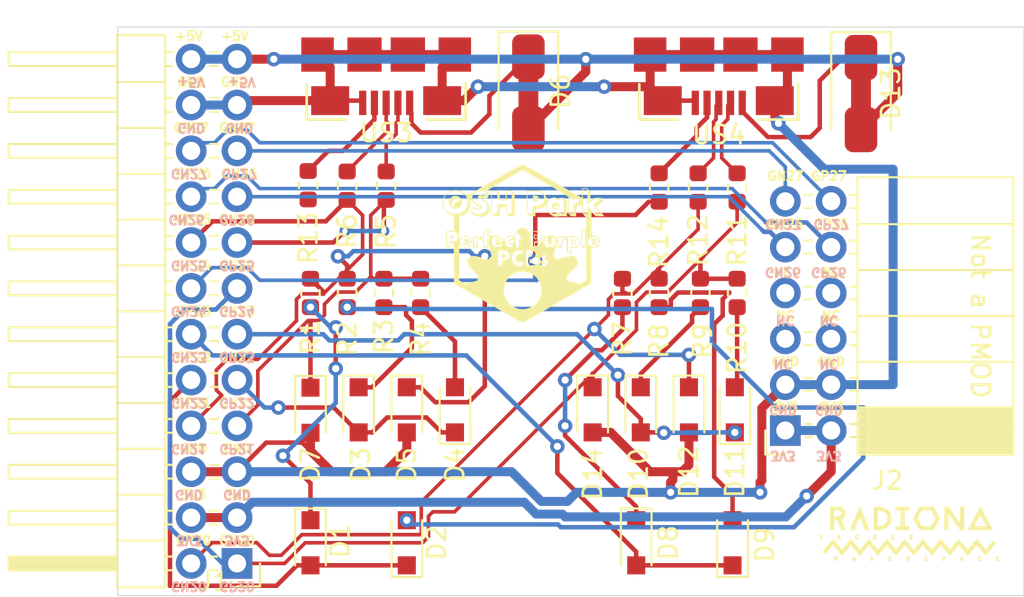
<source format=kicad_pcb>
(kicad_pcb (version 20171130) (host pcbnew "(5.1.4)-1")
  (layers (0 F.Cu signal) (31 B.Cu signal) (34 B.Paste user) (35 F.Paste user) (36 B.SilkS user) (37 F.SilkS user) (38 B.Mask user) (39 F.Mask user) (44 Edge.Cuts user))
  (net 0 "")
  (net 1 USB1_FPGA_PULL_D+)
  (net 2 "Net-(D1-Pad1)")
  (net 3 "Net-(D2-Pad2)")
  (net 4 USB1_FPGA_PULL_D-)
  (net 5 "Net-(D3-Pad1)")
  (net 6 "Net-(D4-Pad2)")
  (net 7 USB1_FPGA_D+)
  (net 8 GND)
  (net 9 /US1VBUS)
  (net 10 +5V)
  (net 11 USB1_FPGA_D-)
  (net 12 "Net-(D8-Pad1)")
  (net 13 USB2_FPGA_PULL_D+)
  (net 14 "Net-(D9-Pad2)")
  (net 15 USB2_FPGA_PULL_D-)
  (net 16 "Net-(D10-Pad1)")
  (net 17 "Net-(D11-Pad2)")
  (net 18 USB2_FPGA_D+)
  (net 19 /US2VBUS)
  (net 20 USB2_FPGA_D-)
  (net 21 GP27)
  (net 22 GN27)
  (net 23 GP26)
  (net 24 GN26)
  (net 25 +3V3)
  (net 26 /FPD1-)
  (net 27 /FPD1+)
  (net 28 /FPD2-)
  (net 29 /FPD2+)
  (net 30 US1_ID)
  (net 31 US2_ID)
  (module parts:radiona-10mm (layer F.Cu) (at 163.449 106.299)
    (fp_text reference G*** hide)
    (fp_text value LOGO hide)
  )
  (module parts:OSH_10x10 (layer F.Cu) (at 142.113 90.424)
    (fp_text reference G*** hide)
    (fp_text value LOGO hide)
  )
  (module Diode_SMD:D_SOD-323_HandSoldering (layer F.Cu) (at 130.302 106.807 270)
    (fp_text reference D1 (at -0.127 -1.651 90) (layer F.SilkS))
    (fp_text value 1N914)
    (pad 2 smd rect (at 1.25 0 270) (size 1 1) (layers F.Cu F.Paste F.Mask) (net 1 USB1_FPGA_PULL_D+))
    (pad 1 smd rect (at -1.25 0 270) (size 1 1) (layers F.Cu F.Paste F.Mask) (net 2 "Net-(D1-Pad1)"))
  )
  (module Diode_SMD:D_SOD-323_HandSoldering (layer F.Cu) (at 135.636 106.807 90)
    (fp_text reference D2 (at 0 1.651 90) (layer F.SilkS))
    (fp_text value 1N914)
    (pad 2 smd rect (at 1.25 0 90) (size 1 1) (layers F.Cu F.Paste F.Mask) (net 3 "Net-(D2-Pad2)"))
    (pad 1 smd rect (at -1.25 0 90) (size 1 1) (layers F.Cu F.Paste F.Mask) (net 1 USB1_FPGA_PULL_D+))
  )
  (module Diode_SMD:D_SOD-323_HandSoldering (layer F.Cu) (at 132.969 99.441 270)
    (fp_text reference D3 (at 3.048 -0.127 90) (layer F.SilkS))
    (fp_text value 1N914)
    (pad 2 smd rect (at 1.25 0 270) (size 1 1) (layers F.Cu F.Paste F.Mask) (net 4 USB1_FPGA_PULL_D-))
    (pad 1 smd rect (at -1.25 0 270) (size 1 1) (layers F.Cu F.Paste F.Mask) (net 5 "Net-(D3-Pad1)"))
  )
  (module Diode_SMD:D_SOD-323_HandSoldering (layer F.Cu) (at 138.303 99.441 90)
    (fp_text reference D4 (at -3.048 0 90) (layer F.SilkS))
    (fp_text value 1N914)
    (pad 1 smd rect (at -1.25 0 90) (size 1 1) (layers F.Cu F.Paste F.Mask) (net 4 USB1_FPGA_PULL_D-))
    (pad 2 smd rect (at 1.25 0 90) (size 1 1) (layers F.Cu F.Paste F.Mask) (net 6 "Net-(D4-Pad2)"))
  )
  (module Diode_SMD:D_SOD-323_HandSoldering (layer F.Cu) (at 135.636 99.441 270)
    (fp_text reference D5 (at 3.048 0 90) (layer F.SilkS))
    (fp_text value 3.6V)
    (pad 1 smd rect (at -1.25 0 270) (size 1 1) (layers F.Cu F.Paste F.Mask) (net 7 USB1_FPGA_D+))
    (pad 2 smd rect (at 1.25 0 270) (size 1 1) (layers F.Cu F.Paste F.Mask) (net 8 GND))
  )
  (module jumper:D_SMA_Jumper_NC (layer F.Cu) (at 142.367 81.883 270)
    (fp_text reference D6 (at -0.095 -1.778 270) (layer F.SilkS))
    (fp_text value 0 hide)
    (fp_poly (pts (xy -0.9 -0.5) (xy 0.9 -0.5) (xy 0.9 0.5) (xy -0.9 0.5)) (layer F.Cu) (width 0.1))
    (pad 1 smd roundrect (at -2 0 270) (size 2.5 1.8) (layers F.Cu F.Mask) (net 9 /US1VBUS))
    (pad 2 smd roundrect (at 2 0 270) (size 2.5 1.8) (layers F.Cu F.Mask) (net 10 +5V))
  )
  (module Diode_SMD:D_SOD-323_HandSoldering (layer F.Cu) (at 130.302 99.461 270)
    (fp_text reference D7 (at 3.028 0 90) (layer F.SilkS))
    (fp_text value 3.6V)
    (pad 1 smd rect (at -1.25 0 270) (size 1 1) (layers F.Cu F.Paste F.Mask) (net 11 USB1_FPGA_D-))
    (pad 2 smd rect (at 1.25 0 270) (size 1 1) (layers F.Cu F.Paste F.Mask) (net 8 GND))
  )
  (module Diode_SMD:D_SOD-323_HandSoldering (layer F.Cu) (at 148.336 106.807 270)
    (fp_text reference D8 (at 0 -1.778 90) (layer F.SilkS))
    (fp_text value 1N914)
    (pad 1 smd rect (at -1.25 0 270) (size 1 1) (layers F.Cu F.Paste F.Mask) (net 12 "Net-(D8-Pad1)"))
    (pad 2 smd rect (at 1.25 0 270) (size 1 1) (layers F.Cu F.Paste F.Mask) (net 13 USB2_FPGA_PULL_D+))
  )
  (module Diode_SMD:D_SOD-323_HandSoldering (layer F.Cu) (at 153.67 106.807 90)
    (fp_text reference D9 (at -0.107 1.778 90) (layer F.SilkS))
    (fp_text value 1N914)
    (pad 1 smd rect (at -1.25 0 90) (size 1 1) (layers F.Cu F.Paste F.Mask) (net 13 USB2_FPGA_PULL_D+))
    (pad 2 smd rect (at 1.25 0 90) (size 1 1) (layers F.Cu F.Paste F.Mask) (net 14 "Net-(D9-Pad2)"))
  )
  (module Diode_SMD:D_SOD-323_HandSoldering (layer F.Cu) (at 148.59 99.441 270)
    (fp_text reference D10 (at 3.556 0.127 90) (layer F.SilkS))
    (fp_text value 1N914)
    (pad 2 smd rect (at 1.25 0 270) (size 1 1) (layers F.Cu F.Paste F.Mask) (net 15 USB2_FPGA_PULL_D-))
    (pad 1 smd rect (at -1.25 0 270) (size 1 1) (layers F.Cu F.Paste F.Mask) (net 16 "Net-(D10-Pad1)"))
  )
  (module Diode_SMD:D_SOD-323_HandSoldering (layer F.Cu) (at 153.797 99.441 90)
    (fp_text reference D11 (at -3.429 0 90) (layer F.SilkS))
    (fp_text value 1N914)
    (pad 2 smd rect (at 1.25 0 90) (size 1 1) (layers F.Cu F.Paste F.Mask) (net 17 "Net-(D11-Pad2)"))
    (pad 1 smd rect (at -1.25 0 90) (size 1 1) (layers F.Cu F.Paste F.Mask) (net 15 USB2_FPGA_PULL_D-))
  )
  (module Diode_SMD:D_SOD-323_HandSoldering (layer F.Cu) (at 151.257 99.441 270)
    (fp_text reference D12 (at 3.429 0 90) (layer F.SilkS))
    (fp_text value 3.6V)
    (pad 1 smd rect (at -1.25 0 270) (size 1 1) (layers F.Cu F.Paste F.Mask) (net 18 USB2_FPGA_D+))
    (pad 2 smd rect (at 1.25 0 270) (size 1 1) (layers F.Cu F.Paste F.Mask) (net 8 GND))
  )
  (module jumper:D_SMA_Jumper_NC (layer F.Cu) (at 160.782 81.915 270)
    (fp_text reference D13 (at 0 -1.651 90) (layer F.SilkS))
    (fp_text value 0 hide)
    (fp_poly (pts (xy -0.9 -0.5) (xy 0.9 -0.5) (xy 0.9 0.5) (xy -0.9 0.5)) (layer F.Cu) (width 0.1))
    (pad 2 smd roundrect (at 2 0 270) (size 2.5 1.8) (layers F.Cu F.Mask) (net 10 +5V))
    (pad 1 smd roundrect (at -2 0 270) (size 2.5 1.8) (layers F.Cu F.Mask) (net 19 /US2VBUS))
  )
  (module Diode_SMD:D_SOD-323_HandSoldering (layer F.Cu) (at 145.923 99.441 270)
    (fp_text reference D14 (at 3.556 0 90) (layer F.SilkS))
    (fp_text value 3.6V)
    (pad 2 smd rect (at 1.25 0 270) (size 1 1) (layers F.Cu F.Paste F.Mask) (net 8 GND))
    (pad 1 smd rect (at -1.25 0 270) (size 1 1) (layers F.Cu F.Paste F.Mask) (net 20 USB2_FPGA_D-))
  )
  (module Connector_PinHeader_2.54mm:PinHeader_2x12_P2.54mm_Horizontal (layer F.Cu) (at 126.238 107.95 180)
    (fp_text reference J1 (at 1.27 -1.016) (layer F.SilkS))
    (fp_text value Conn_02x12_Odd_Even)
    (pad 1 thru_hole rect (at 0 0 180) (size 1.7 1.7) (drill 1) (layers *.Cu *.Mask) (net 20 USB2_FPGA_D-))
    (pad 2 thru_hole oval (at 2.54 0 180) (size 1.7 1.7) (drill 1) (layers *.Cu *.Mask) (net 18 USB2_FPGA_D+))
    (pad 3 thru_hole oval (at 0 2.54 180) (size 1.7 1.7) (drill 1) (layers *.Cu *.Mask) (net 25 +3V3))
    (pad 4 thru_hole oval (at 2.54 2.54 180) (size 1.7 1.7) (drill 1) (layers *.Cu *.Mask) (net 25 +3V3))
    (pad 5 thru_hole oval (at 0 5.08 180) (size 1.7 1.7) (drill 1) (layers *.Cu *.Mask) (net 8 GND))
    (pad 6 thru_hole oval (at 2.54 5.08 180) (size 1.7 1.7) (drill 1) (layers *.Cu *.Mask) (net 8 GND))
    (pad 7 thru_hole oval (at 0 7.62 180) (size 1.7 1.7) (drill 1) (layers *.Cu *.Mask) (net 11 USB1_FPGA_D-))
    (pad 8 thru_hole oval (at 2.54 7.62 180) (size 1.7 1.7) (drill 1) (layers *.Cu *.Mask) (net 7 USB1_FPGA_D+))
    (pad 9 thru_hole oval (at 0 10.16 180) (size 1.7 1.7) (drill 1) (layers *.Cu *.Mask) (net 4 USB1_FPGA_PULL_D-))
    (pad 10 thru_hole oval (at 2.54 10.16 180) (size 1.7 1.7) (drill 1) (layers *.Cu *.Mask) (net 1 USB1_FPGA_PULL_D+))
    (pad 11 thru_hole oval (at 0 12.7 180) (size 1.7 1.7) (drill 1) (layers *.Cu *.Mask) (net 15 USB2_FPGA_PULL_D-))
    (pad 12 thru_hole oval (at 2.54 12.7 180) (size 1.7 1.7) (drill 1) (layers *.Cu *.Mask) (net 13 USB2_FPGA_PULL_D+))
    (pad 13 thru_hole oval (at 0 15.24 180) (size 1.7 1.7) (drill 1) (layers *.Cu *.Mask) (net 20 USB2_FPGA_D-))
    (pad 14 thru_hole oval (at 2.54 15.24 180) (size 1.7 1.7) (drill 1) (layers *.Cu *.Mask) (net 18 USB2_FPGA_D+))
    (pad 15 thru_hole oval (at 0 17.78 180) (size 1.7 1.7) (drill 1) (layers *.Cu *.Mask) (net 11 USB1_FPGA_D-))
    (pad 16 thru_hole oval (at 2.54 17.78 180) (size 1.7 1.7) (drill 1) (layers *.Cu *.Mask) (net 7 USB1_FPGA_D+))
    (pad 17 thru_hole oval (at 0 20.32 180) (size 1.7 1.7) (drill 1) (layers *.Cu *.Mask) (net 24 GN26))
    (pad 18 thru_hole oval (at 2.54 20.32 180) (size 1.7 1.7) (drill 1) (layers *.Cu *.Mask) (net 23 GP26))
    (pad 19 thru_hole oval (at 0 22.86 180) (size 1.7 1.7) (drill 1) (layers *.Cu *.Mask) (net 22 GN27))
    (pad 20 thru_hole oval (at 2.54 22.86 180) (size 1.7 1.7) (drill 1) (layers *.Cu *.Mask) (net 21 GP27))
    (pad 21 thru_hole oval (at 0 25.4 180) (size 1.7 1.7) (drill 1) (layers *.Cu *.Mask) (net 8 GND))
    (pad 22 thru_hole oval (at 2.54 25.4 180) (size 1.7 1.7) (drill 1) (layers *.Cu *.Mask) (net 8 GND))
    (pad 23 thru_hole oval (at 0 27.94 180) (size 1.7 1.7) (drill 1) (layers *.Cu *.Mask) (net 10 +5V))
    (pad 24 thru_hole oval (at 2.54 27.94 180) (size 1.7 1.7) (drill 1) (layers *.Cu *.Mask) (net 10 +5V))
  )
  (module Resistor_SMD:R_0603_1608Metric (layer F.Cu) (at 130.302 92.964 90)
    (fp_text reference R1 (at -2.4385 0 90) (layer F.SilkS))
    (fp_text value 1.1k)
    (pad 1 smd roundrect (at -0.7875 0 90) (size 0.875 0.95) (layers F.Cu F.Paste F.Mask) (net 2 "Net-(D1-Pad1)"))
    (pad 2 smd roundrect (at 0.7875 0 90) (size 0.875 0.95) (layers F.Cu F.Paste F.Mask) (net 7 USB1_FPGA_D+))
  )
  (module Resistor_SMD:R_0603_1608Metric (layer F.Cu) (at 132.334 92.964 90)
    (fp_text reference R2 (at -2.54 0 90) (layer F.SilkS))
    (fp_text value 15k)
    (pad 2 smd roundrect (at 0.7875 0 90) (size 0.875 0.95) (layers F.Cu F.Paste F.Mask) (net 7 USB1_FPGA_D+))
    (pad 1 smd roundrect (at -0.7875 0 90) (size 0.875 0.95) (layers F.Cu F.Paste F.Mask) (net 3 "Net-(D2-Pad2)"))
  )
  (module Resistor_SMD:R_0603_1608Metric (layer F.Cu) (at 134.366 92.964 270)
    (fp_text reference R3 (at 2.413 0 90) (layer F.SilkS))
    (fp_text value 1.1k)
    (pad 1 smd roundrect (at -0.7875 0 270) (size 0.875 0.95) (layers F.Cu F.Paste F.Mask) (net 11 USB1_FPGA_D-))
    (pad 2 smd roundrect (at 0.7875 0 270) (size 0.875 0.95) (layers F.Cu F.Paste F.Mask) (net 5 "Net-(D3-Pad1)"))
  )
  (module Resistor_SMD:R_0603_1608Metric (layer F.Cu) (at 136.398 92.964 90)
    (fp_text reference R4 (at -2.54 0 90) (layer F.SilkS))
    (fp_text value 15k)
    (pad 1 smd roundrect (at -0.7875 0 90) (size 0.875 0.95) (layers F.Cu F.Paste F.Mask) (net 6 "Net-(D4-Pad2)"))
    (pad 2 smd roundrect (at 0.7875 0 90) (size 0.875 0.95) (layers F.Cu F.Paste F.Mask) (net 11 USB1_FPGA_D-))
  )
  (module Resistor_SMD:R_0603_1608Metric (layer F.Cu) (at 134.493 87.0205 90)
    (fp_text reference R5 (at -2.54 0 90) (layer F.SilkS))
    (fp_text value 27)
    (pad 2 smd roundrect (at 0.7875 0 90) (size 0.875 0.95) (layers F.Cu F.Paste F.Mask) (net 26 /FPD1-))
    (pad 1 smd roundrect (at -0.7875 0 90) (size 0.875 0.95) (layers F.Cu F.Paste F.Mask) (net 11 USB1_FPGA_D-))
  )
  (module Resistor_SMD:R_0603_1608Metric (layer F.Cu) (at 132.334 87.0205 90)
    (fp_text reference R6 (at -2.5145 0 90) (layer F.SilkS))
    (fp_text value 27)
    (pad 2 smd roundrect (at 0.7875 0 90) (size 0.875 0.95) (layers F.Cu F.Paste F.Mask) (net 27 /FPD1+))
    (pad 1 smd roundrect (at -0.7875 0 90) (size 0.875 0.95) (layers F.Cu F.Paste F.Mask) (net 7 USB1_FPGA_D+))
  )
  (module Resistor_SMD:R_0603_1608Metric (layer F.Cu) (at 147.574 92.964 90)
    (fp_text reference R7 (at -2.54 0 90) (layer F.SilkS))
    (fp_text value 1.1k)
    (pad 2 smd roundrect (at 0.7875 0 90) (size 0.875 0.95) (layers F.Cu F.Paste F.Mask) (net 18 USB2_FPGA_D+))
    (pad 1 smd roundrect (at -0.7875 0 90) (size 0.875 0.95) (layers F.Cu F.Paste F.Mask) (net 12 "Net-(D8-Pad1)"))
  )
  (module Resistor_SMD:R_0603_1608Metric (layer F.Cu) (at 149.606 92.964 90)
    (fp_text reference R8 (at -2.667 0 90) (layer F.SilkS))
    (fp_text value 15k)
    (pad 2 smd roundrect (at 0.7875 0 90) (size 0.875 0.95) (layers F.Cu F.Paste F.Mask) (net 18 USB2_FPGA_D+))
    (pad 1 smd roundrect (at -0.7875 0 90) (size 0.875 0.95) (layers F.Cu F.Paste F.Mask) (net 14 "Net-(D9-Pad2)"))
  )
  (module Resistor_SMD:R_0603_1608Metric (layer F.Cu) (at 151.892 92.964 270)
    (fp_text reference R9 (at 2.667 -0.127 90) (layer F.SilkS))
    (fp_text value 1.1k)
    (pad 1 smd roundrect (at -0.7875 0 270) (size 0.875 0.95) (layers F.Cu F.Paste F.Mask) (net 20 USB2_FPGA_D-))
    (pad 2 smd roundrect (at 0.7875 0 270) (size 0.875 0.95) (layers F.Cu F.Paste F.Mask) (net 16 "Net-(D10-Pad1)"))
  )
  (module Resistor_SMD:R_0603_1608Metric (layer F.Cu) (at 153.924 92.964 90)
    (fp_text reference R10 (at -3.048 0 90) (layer F.SilkS))
    (fp_text value 15k)
    (pad 1 smd roundrect (at -0.7875 0 90) (size 0.875 0.95) (layers F.Cu F.Paste F.Mask) (net 17 "Net-(D11-Pad2)"))
    (pad 2 smd roundrect (at 0.7875 0 90) (size 0.875 0.95) (layers F.Cu F.Paste F.Mask) (net 20 USB2_FPGA_D-))
  )
  (module Resistor_SMD:R_0603_1608Metric (layer F.Cu) (at 153.924 87.122 90)
    (fp_text reference R11 (at -2.921 0 90) (layer F.SilkS))
    (fp_text value 27)
    (pad 1 smd roundrect (at -0.7875 0 90) (size 0.875 0.95) (layers F.Cu F.Paste F.Mask) (net 20 USB2_FPGA_D-))
    (pad 2 smd roundrect (at 0.7875 0 90) (size 0.875 0.95) (layers F.Cu F.Paste F.Mask) (net 28 /FPD2-))
  )
  (module Resistor_SMD:R_0603_1608Metric (layer F.Cu) (at 151.765 87.122 90)
    (fp_text reference R12 (at -2.921 0 90) (layer F.SilkS))
    (fp_text value 27)
    (pad 2 smd roundrect (at 0.7875 0 90) (size 0.875 0.95) (layers F.Cu F.Paste F.Mask) (net 29 /FPD2+))
    (pad 1 smd roundrect (at -0.7875 0 90) (size 0.875 0.95) (layers F.Cu F.Paste F.Mask) (net 18 USB2_FPGA_D+))
  )
  (module Resistor_SMD:R_0603_1608Metric (layer F.Cu) (at 130.175 86.995 90)
    (fp_text reference R13 (at -2.921 0 90) (layer F.SilkS))
    (fp_text value 0Ohm)
    (pad 2 smd roundrect (at 0.7875 0 90) (size 0.875 0.95) (layers F.Cu F.Paste F.Mask) (net 30 US1_ID))
    (pad 1 smd roundrect (at -0.7875 0 90) (size 0.875 0.95) (layers F.Cu F.Paste F.Mask))
  )
  (module Resistor_SMD:R_0603_1608Metric (layer F.Cu) (at 149.606 87.122 90)
    (fp_text reference R14 (at -3.0225 0 90) (layer F.SilkS))
    (fp_text value 0Ohm)
    (pad 1 smd roundrect (at -0.7875 0 90) (size 0.875 0.95) (layers F.Cu F.Paste F.Mask))
    (pad 2 smd roundrect (at 0.7875 0 90) (size 0.875 0.95) (layers F.Cu F.Paste F.Mask) (net 31 US2_ID))
  )
  (module usb_otg:USB-MICRO-B-FCI-10118192-0001LF (layer F.Cu) (at 134.493 79.756 180)
    (fp_text reference US3 (at 0 -4.336) (layer F.SilkS))
    (fp_text value MICRO_USB hide)
    (pad 6 smd rect (at -3.1 -2.55 180) (size 2.1 1.6) (layers F.Cu F.Paste F.Mask) (net 8 GND))
    (pad 6 smd rect (at 3.1 -2.55 180) (size 2.1 1.6) (layers F.Cu F.Paste F.Mask) (net 8 GND))
    (pad 6 smd rect (at -1.2 0 180) (size 1.9 1.9) (layers F.Cu F.Paste F.Mask) (net 8 GND))
    (pad 6 smd rect (at 1.2 0 180) (size 1.9 1.9) (layers F.Cu F.Paste F.Mask) (net 8 GND))
    (pad 1 smd rect (at -1.3 -2.675 180) (size 0.4 1.35) (layers F.Cu F.Paste F.Mask) (net 9 /US1VBUS))
    (pad 2 smd rect (at -0.65 -2.675 180) (size 0.4 1.35) (layers F.Cu F.Paste F.Mask) (net 26 /FPD1-))
    (pad 3 smd rect (at 0 -2.675 180) (size 0.4 1.35) (layers F.Cu F.Paste F.Mask) (net 27 /FPD1+))
    (pad 4 smd rect (at 0.65 -2.675 180) (size 0.4 1.35) (layers F.Cu F.Paste F.Mask) (net 30 US1_ID))
    (pad 5 smd rect (at 1.3 -2.675 180) (size 0.4 1.35) (layers F.Cu F.Paste F.Mask) (net 8 GND))
    (pad 6 smd rect (at -3.8 0 180) (size 1.8 1.9) (layers F.Cu F.Paste F.Mask) (net 8 GND))
    (pad 6 smd rect (at 3.8 0 180) (size 1.8 1.9) (layers F.Cu F.Paste F.Mask) (net 8 GND))
  )
  (module usb_otg:USB-MICRO-B-FCI-10118192-0001LF (layer F.Cu) (at 152.908 79.756 180)
    (fp_text reference US4 (at 0 -4.445) (layer F.SilkS))
    (fp_text value MICRO_USB hide)
    (pad 6 smd rect (at 3.8 0 180) (size 1.8 1.9) (layers F.Cu F.Paste F.Mask) (net 8 GND))
    (pad 6 smd rect (at -3.8 0 180) (size 1.8 1.9) (layers F.Cu F.Paste F.Mask) (net 8 GND))
    (pad 5 smd rect (at 1.3 -2.675 180) (size 0.4 1.35) (layers F.Cu F.Paste F.Mask) (net 8 GND))
    (pad 4 smd rect (at 0.65 -2.675 180) (size 0.4 1.35) (layers F.Cu F.Paste F.Mask) (net 31 US2_ID))
    (pad 3 smd rect (at 0 -2.675 180) (size 0.4 1.35) (layers F.Cu F.Paste F.Mask) (net 29 /FPD2+))
    (pad 2 smd rect (at -0.65 -2.675 180) (size 0.4 1.35) (layers F.Cu F.Paste F.Mask) (net 28 /FPD2-))
    (pad 1 smd rect (at -1.3 -2.675 180) (size 0.4 1.35) (layers F.Cu F.Paste F.Mask) (net 19 /US2VBUS))
    (pad 6 smd rect (at 1.2 0 180) (size 1.9 1.9) (layers F.Cu F.Paste F.Mask) (net 8 GND))
    (pad 6 smd rect (at -1.2 0 180) (size 1.9 1.9) (layers F.Cu F.Paste F.Mask) (net 8 GND))
    (pad 6 smd rect (at 3.1 -2.55 180) (size 2.1 1.6) (layers F.Cu F.Paste F.Mask) (net 8 GND))
    (pad 6 smd rect (at -3.1 -2.55 180) (size 2.1 1.6) (layers F.Cu F.Paste F.Mask) (net 8 GND))
  )
  (module Connector_PinSocket_2.54mm:PinSocket_2x06_P2.54mm_Horizontal (layer F.Cu) (at 156.591 100.584 180)
    (fp_text reference J2 (at -5.65 -2.77) (layer F.SilkS))
    (fp_text value Conn_02x06_Odd_Even)
    (pad 1 thru_hole rect (at 0 0 180) (size 1.7 1.7) (drill 1) (layers *.Cu *.Mask) (net 25 +3V3))
    (pad 2 thru_hole oval (at -2.54 0 180) (size 1.7 1.7) (drill 1) (layers *.Cu *.Mask) (net 25 +3V3))
    (pad 3 thru_hole oval (at 0 2.54 180) (size 1.7 1.7) (drill 1) (layers *.Cu *.Mask) (net 8 GND))
    (pad 4 thru_hole oval (at -2.54 2.54 180) (size 1.7 1.7) (drill 1) (layers *.Cu *.Mask) (net 8 GND))
    (pad 5 thru_hole oval (at 0 5.08 180) (size 1.7 1.7) (drill 1) (layers *.Cu *.Mask))
    (pad 6 thru_hole oval (at -2.54 5.08 180) (size 1.7 1.7) (drill 1) (layers *.Cu *.Mask))
    (pad 7 thru_hole oval (at 0 7.62 180) (size 1.7 1.7) (drill 1) (layers *.Cu *.Mask))
    (pad 8 thru_hole oval (at -2.54 7.62 180) (size 1.7 1.7) (drill 1) (layers *.Cu *.Mask))
    (pad 9 thru_hole oval (at 0 10.16 180) (size 1.7 1.7) (drill 1) (layers *.Cu *.Mask) (net 24 GN26))
    (pad 10 thru_hole oval (at -2.54 10.16 180) (size 1.7 1.7) (drill 1) (layers *.Cu *.Mask) (net 23 GP26))
    (pad 11 thru_hole oval (at 0 12.7 180) (size 1.7 1.7) (drill 1) (layers *.Cu *.Mask) (net 22 GN27))
    (pad 12 thru_hole oval (at -2.54 12.7 180) (size 1.7 1.7) (drill 1) (layers *.Cu *.Mask) (net 21 GP27))
  )
  (gr_text "Not a PMOD" (at 167.386 94.234 270) (layer F.SilkS) (effects (font (size 1 1))))
  (gr_text GP20 (at 126.238 109.22 180) (layer B.SilkS) (effects (font (size 0.5 0.5) (thickness 0.125)) (justify mirror)))
  (gr_text 3V3 (at 126.238 106.68 180) (layer B.SilkS) (effects (font (size 0.5 0.5) (thickness 0.125)) (justify mirror)))
  (gr_text GP26 (at 126.238 88.9 180) (layer B.SilkS) (effects (font (size 0.5 0.5) (thickness 0.125)) (justify mirror)))
  (gr_text GP25 (at 126.238 91.44 180) (layer B.SilkS) (effects (font (size 0.5 0.5) (thickness 0.125)) (justify mirror)))
  (gr_text GP21 (at 126.238 101.6 180) (layer B.SilkS) (effects (font (size 0.5 0.5) (thickness 0.125)) (justify mirror)))
  (gr_text GP27 (at 126.365 86.36 180) (layer B.SilkS) (effects (font (size 0.5 0.5) (thickness 0.125)) (justify mirror)))
  (gr_text GP24 (at 126.238 93.98 180) (layer B.SilkS) (effects (font (size 0.5 0.5) (thickness 0.125)) (justify mirror)))
  (gr_text +5V (at 126.492 81.28 180) (layer B.SilkS) (effects (font (size 0.5 0.5) (thickness 0.125)) (justify mirror)))
  (gr_text GP22 (at 126.238 99.06 180) (layer B.SilkS) (effects (font (size 0.5 0.5) (thickness 0.125)) (justify mirror)))
  (gr_text GP23 (at 126.238 96.52 180) (layer B.SilkS) (effects (font (size 0.5 0.5) (thickness 0.125)) (justify mirror)))
  (gr_text GND (at 126.365 83.82 180) (layer B.SilkS) (effects (font (size 0.5 0.5) (thickness 0.125)) (justify mirror)))
  (gr_text GND (at 126.238 104.14 180) (layer B.SilkS) (effects (font (size 0.5 0.5) (thickness 0.125)) (justify mirror)))
  (gr_text GN20 (at 123.571 109.22 180) (layer B.SilkS) (effects (font (size 0.5 0.5) (thickness 0.125)) (justify mirror)))
  (gr_text +5V (at 123.698 81.28 180) (layer B.SilkS) (effects (font (size 0.5 0.5) (thickness 0.125)) (justify mirror)))
  (gr_text GND (at 123.571 104.14 180) (layer B.SilkS) (effects (font (size 0.5 0.5) (thickness 0.125)) (justify mirror)))
  (gr_text GN26 (at 123.444 88.9 180) (layer B.SilkS) (effects (font (size 0.5 0.5) (thickness 0.125)) (justify mirror)))
  (gr_text GN25 (at 123.571 91.44 180) (layer B.SilkS) (effects (font (size 0.5 0.5) (thickness 0.125)) (justify mirror)))
  (gr_text GN22 (at 123.571 99.06 180) (layer B.SilkS) (effects (font (size 0.5 0.5) (thickness 0.125)) (justify mirror)))
  (gr_text GN23 (at 123.571 96.52 180) (layer B.SilkS) (effects (font (size 0.5 0.5) (thickness 0.125)) (justify mirror)))
  (gr_text GN24 (at 123.571 93.98 180) (layer B.SilkS) (effects (font (size 0.5 0.5) (thickness 0.125)) (justify mirror)))
  (gr_text 3V3 (at 123.571 106.68 180) (layer B.SilkS) (effects (font (size 0.5 0.5) (thickness 0.125)) (justify mirror)))
  (gr_text GN21 (at 123.571 101.6 180) (layer B.SilkS) (effects (font (size 0.5 0.5) (thickness 0.125)) (justify mirror)))
  (gr_text GN27 (at 123.571 86.36 180) (layer B.SilkS) (effects (font (size 0.5 0.5) (thickness 0.125)) (justify mirror)))
  (gr_text GND (at 123.698 83.82 180) (layer B.SilkS) (effects (font (size 0.5 0.5) (thickness 0.125)) (justify mirror)))
  (gr_text NC (at 159.004 94.488 -180) (layer B.SilkS) (effects (font (size 0.5 0.5) (thickness 0.125)) (justify mirror)))
  (gr_text NC (at 156.591 94.488 -180) (layer B.SilkS) (effects (font (size 0.5 0.5) (thickness 0.125)) (justify mirror)))
  (gr_text NC (at 159.004 96.901 -180) (layer B.SilkS) (effects (font (size 0.5 0.5) (thickness 0.125)) (justify mirror)))
  (gr_text GN27 (at 156.464 89.154 -180) (layer B.SilkS) (effects (font (size 0.5 0.5) (thickness 0.125)) (justify mirror)))
  (gr_text GP26 (at 159.004 91.821 -180) (layer B.SilkS) (effects (font (size 0.5 0.5) (thickness 0.125)) (justify mirror)))
  (gr_text GND (at 159.004 99.441 -180) (layer B.SilkS) (effects (font (size 0.5 0.5) (thickness 0.125)) (justify mirror)))
  (gr_text GP27 (at 159.131 89.154 -180) (layer B.SilkS) (effects (font (size 0.5 0.5) (thickness 0.125)) (justify mirror)))
  (gr_text 3V3 (at 159.004 101.981 -180) (layer B.SilkS) (effects (font (size 0.5 0.5) (thickness 0.125)) (justify mirror)))
  (gr_text GN26 (at 156.464 91.821 -180) (layer B.SilkS) (effects (font (size 0.5 0.5) (thickness 0.125)) (justify mirror)))
  (gr_text 3V3 (at 156.464 101.981 -180) (layer B.SilkS) (effects (font (size 0.5 0.5) (thickness 0.125)) (justify mirror)))
  (gr_text NC (at 156.464 96.901 -180) (layer B.SilkS) (effects (font (size 0.5 0.5) (thickness 0.125)) (justify mirror)))
  (gr_text GND (at 156.464 99.441 -180) (layer B.SilkS) (effects (font (size 0.5 0.5) (thickness 0.125)) (justify mirror)))
  (gr_line (start 169.799 78.232) (end 119.634 78.232) (layer Edge.Cuts) (width 0.05))
  (gr_line (start 169.799 109.728) (end 169.799 78.232) (layer Edge.Cuts) (width 0.05))
  (gr_line (start 119.634 109.728) (end 169.799 109.728) (layer Edge.Cuts) (width 0.05))
  (gr_line (start 119.634 78.232) (end 119.634 109.728) (layer Edge.Cuts) (width 0.05))
  (gr_text GP20 (at 123.825 106.68) (layer F.SilkS) (effects (font (size 0.5 0.5) (thickness 0.125))))
  (gr_text GN20 (at 126.238 106.68) (layer F.SilkS) (effects (font (size 0.5 0.5) (thickness 0.125))))
  (gr_text 3V3 (at 123.825 104.14) (layer F.SilkS) (effects (font (size 0.5 0.5) (thickness 0.125))))
  (gr_text 3V3 (at 126.238 104.14) (layer F.SilkS) (effects (font (size 0.5 0.5) (thickness 0.125))))
  (gr_text GND (at 123.825 101.6) (layer F.SilkS) (effects (font (size 0.5 0.5) (thickness 0.125))))
  (gr_text GND (at 126.238 101.6) (layer F.SilkS) (effects (font (size 0.5 0.5) (thickness 0.125))))
  (gr_text GN21 (at 126.238 99.06) (layer F.SilkS) (effects (font (size 0.5 0.5) (thickness 0.125))))
  (gr_text GP21 (at 123.825 99.06) (layer F.SilkS) (effects (font (size 0.5 0.5) (thickness 0.125))))
  (gr_text GP22 (at 123.825 96.52) (layer F.SilkS) (effects (font (size 0.5 0.5) (thickness 0.125))))
  (gr_text GN22 (at 126.238 96.52) (layer F.SilkS) (effects (font (size 0.5 0.5) (thickness 0.125))))
  (gr_text GP23 (at 123.825 93.98) (layer F.SilkS) (effects (font (size 0.5 0.5) (thickness 0.125))))
  (gr_text GN23 (at 126.238 93.98) (layer F.SilkS) (effects (font (size 0.5 0.5) (thickness 0.125))))
  (gr_text GP24 (at 123.825 91.44) (layer F.SilkS) (effects (font (size 0.5 0.5) (thickness 0.125))))
  (gr_text GN24 (at 126.238 91.44) (layer F.SilkS) (effects (font (size 0.5 0.5) (thickness 0.125))))
  (gr_text GN25 (at 126.238 88.9) (layer F.SilkS) (effects (font (size 0.5 0.5) (thickness 0.125))))
  (gr_text GP25 (at 123.825 88.9) (layer F.SilkS) (effects (font (size 0.5 0.5) (thickness 0.125))))
  (gr_text GN26 (at 126.365 86.36) (layer F.SilkS) (effects (font (size 0.5 0.5) (thickness 0.125))))
  (gr_text GP26 (at 123.825 86.36) (layer F.SilkS) (effects (font (size 0.5 0.5) (thickness 0.125))))
  (gr_text GN27 (at 126.238 83.82) (layer F.SilkS) (effects (font (size 0.5 0.5) (thickness 0.125))))
  (gr_text GP27 (at 123.698 83.82) (layer F.SilkS) (effects (font (size 0.5 0.5) (thickness 0.125))))
  (gr_text GND (at 123.698 81.28) (layer F.SilkS) (effects (font (size 0.5 0.5) (thickness 0.125))))
  (gr_text GND (at 126.111 81.28) (layer F.SilkS) (effects (font (size 0.5 0.5) (thickness 0.125))))
  (gr_text +5V (at 126.111 78.74) (layer F.SilkS) (effects (font (size 0.5 0.5) (thickness 0.125))))
  (gr_text +5V (at 123.571 78.74) (layer F.SilkS) (effects (font (size 0.5 0.5) (thickness 0.125))))
  (gr_text GN26 (at 156.591 89.154) (layer F.SilkS) (effects (font (size 0.5 0.5) (thickness 0.125))))
  (gr_text GP26 (at 159.131 89.154) (layer F.SilkS) (effects (font (size 0.5 0.5) (thickness 0.125))))
  (gr_text NC (at 156.464 91.821) (layer F.SilkS) (effects (font (size 0.5 0.5) (thickness 0.125))))
  (gr_text NC (at 159.131 91.821) (layer F.SilkS) (effects (font (size 0.5 0.5) (thickness 0.125))))
  (gr_text NC (at 156.591 94.234) (layer F.SilkS) (effects (font (size 0.5 0.5) (thickness 0.125))))
  (gr_text NC (at 159.131 94.234) (layer F.SilkS) (effects (font (size 0.5 0.5) (thickness 0.125))))
  (gr_text 3V3 (at 156.591 99.314) (layer F.SilkS) (effects (font (size 0.5 0.5) (thickness 0.125))))
  (gr_text GND (at 156.591 96.774) (layer F.SilkS) (effects (font (size 0.5 0.5) (thickness 0.125))))
  (gr_text 3V3 (at 159.131 99.314) (layer F.SilkS) (effects (font (size 0.5 0.5) (thickness 0.125))))
  (gr_text GND (at 159.131 96.774) (layer F.SilkS) (effects (font (size 0.5 0.5) (thickness 0.125))))
  (gr_text GP27 (at 159.004 86.487) (layer F.SilkS) (effects (font (size 0.5 0.5) (thickness 0.125))))
  (gr_text GN27 (at 156.591 86.487) (layer F.SilkS) (effects (font (size 0.5 0.5) (thickness 0.125))))
  (segment (start 122.522999 98.965001) (end 122.522999 109.187999) (width 0.25) (layer F.Cu) (net 1))
  (segment (start 123.698 97.79) (end 122.522999 98.965001) (width 0.25) (layer F.Cu) (net 1))
  (segment (start 129.552 108.057) (end 130.302 108.057) (width 0.25) (layer F.Cu) (net 1))
  (segment (start 128.421001 109.187999) (end 129.552 108.057) (width 0.25) (layer F.Cu) (net 1))
  (segment (start 122.522999 109.187999) (end 128.421001 109.187999) (width 0.25) (layer F.Cu) (net 1))
  (segment (start 130.302 108.057) (end 135.636 108.057) (width 0.25) (layer F.Cu) (net 1))
  (via (at 128.778 101.981) (size 0.8) (drill 0.4) (layers F.Cu B.Cu) (net 2))
  (segment (start 130.302 103.505) (end 128.778 101.981) (width 0.25) (layer F.Cu) (net 2))
  (segment (start 130.302 105.557) (end 130.302 103.505) (width 0.25) (layer F.Cu) (net 2))
  (via (at 131.699 97.155) (size 0.8) (drill 0.4) (layers F.Cu B.Cu) (net 2))
  (segment (start 128.778 101.981) (end 131.699 99.06) (width 0.25) (layer B.Cu) (net 2))
  (segment (start 131.699 99.06) (end 131.699 97.155) (width 0.25) (layer B.Cu) (net 2))
  (via (at 131.699 94.869) (size 0.8) (drill 0.4) (layers F.Cu B.Cu) (net 2))
  (segment (start 131.699 97.155) (end 131.699 94.869) (width 0.25) (layer F.Cu) (net 2))
  (via (at 130.302 93.7515) (size 0.8) (drill 0.4) (layers F.Cu B.Cu) (net 2))
  (segment (start 131.699 94.869) (end 131.4195 94.869) (width 0.25) (layer B.Cu) (net 2))
  (segment (start 131.4195 94.869) (end 130.302 93.7515) (width 0.25) (layer B.Cu) (net 2))
  (segment (start 135.616 105.537) (end 135.636 105.557) (width 0.25) (layer F.Cu) (net 3))
  (via (at 132.334 93.7515) (size 0.8) (drill 0.4) (layers F.Cu B.Cu) (net 3))
  (via (at 135.636 105.557) (size 0.8) (drill 0.4) (layers F.Cu B.Cu) (net 3))
  (segment (start 160.909 99.314) (end 160.909 102.108) (width 0.25) (layer B.Cu) (net 3))
  (segment (start 160.909 102.108) (end 157.070987 105.946013) (width 0.25) (layer B.Cu) (net 3))
  (segment (start 135.87 105.791) (end 135.636 105.557) (width 0.25) (layer B.Cu) (net 3))
  (segment (start 152.527 95.719002) (end 156.121998 99.314) (width 0.25) (layer B.Cu) (net 3))
  (segment (start 156.121998 99.314) (end 160.909 99.314) (width 0.25) (layer B.Cu) (net 3))
  (segment (start 157.070987 105.946013) (end 144.157904 105.946013) (width 0.25) (layer B.Cu) (net 3))
  (segment (start 132.4355 93.853) (end 152.527 93.853) (width 0.25) (layer B.Cu) (net 3))
  (segment (start 132.334 93.7515) (end 132.4355 93.853) (width 0.25) (layer B.Cu) (net 3))
  (segment (start 152.527 93.853) (end 152.527 95.719002) (width 0.25) (layer B.Cu) (net 3))
  (segment (start 144.002891 105.791) (end 135.87 105.791) (width 0.25) (layer B.Cu) (net 3))
  (segment (start 144.157904 105.946013) (end 144.002891 105.791) (width 0.25) (layer B.Cu) (net 3))
  (via (at 128.524 99.314) (size 0.8) (drill 0.4) (layers F.Cu B.Cu) (net 4))
  (segment (start 126.238 97.79) (end 127.762 99.314) (width 0.25) (layer B.Cu) (net 4))
  (segment (start 127.762 99.314) (end 128.524 99.314) (width 0.25) (layer B.Cu) (net 4))
  (segment (start 137.553 100.691) (end 138.303 100.691) (width 0.25) (layer F.Cu) (net 4))
  (segment (start 136.727999 99.865999) (end 137.553 100.691) (width 0.25) (layer F.Cu) (net 4))
  (segment (start 134.544001 99.865999) (end 136.727999 99.865999) (width 0.25) (layer F.Cu) (net 4))
  (segment (start 133.719 100.691) (end 134.544001 99.865999) (width 0.25) (layer F.Cu) (net 4))
  (segment (start 132.969 100.691) (end 133.719 100.691) (width 0.25) (layer F.Cu) (net 4))
  (segment (start 131.592 99.314) (end 132.969 100.691) (width 0.25) (layer F.Cu) (net 4))
  (segment (start 128.524 99.314) (end 131.592 99.314) (width 0.25) (layer F.Cu) (net 4))
  (segment (start 135.916516 95.993484) (end 135.916516 94.51401) (width 0.25) (layer F.Cu) (net 5))
  (segment (start 134.941 93.7515) (end 134.366 93.7515) (width 0.25) (layer F.Cu) (net 5))
  (segment (start 132.969 98.191) (end 133.719 98.191) (width 0.25) (layer F.Cu) (net 5))
  (segment (start 135.916516 94.51401) (end 135.59799 94.195484) (width 0.25) (layer F.Cu) (net 5))
  (segment (start 135.59799 93.815134) (end 135.534356 93.7515) (width 0.25) (layer F.Cu) (net 5))
  (segment (start 133.719 98.191) (end 135.916516 95.993484) (width 0.25) (layer F.Cu) (net 5))
  (segment (start 135.534356 93.7515) (end 134.941 93.7515) (width 0.25) (layer F.Cu) (net 5))
  (segment (start 135.59799 94.195484) (end 135.59799 93.815134) (width 0.25) (layer F.Cu) (net 5))
  (segment (start 138.303 95.6565) (end 138.303 98.191) (width 0.25) (layer F.Cu) (net 6))
  (segment (start 136.398 93.7515) (end 138.303 95.6565) (width 0.25) (layer F.Cu) (net 6))
  (segment (start 129.52699 93.31787) (end 129.52699 94.50101) (width 0.2) (layer F.Cu) (net 7))
  (segment (start 129.83087 93.01399) (end 129.52699 93.31787) (width 0.2) (layer F.Cu) (net 7))
  (segment (start 125.685999 96.639999) (end 125.087999 97.237999) (width 0.2) (layer F.Cu) (net 7))
  (segment (start 131.01401 93.01399) (end 129.83087 93.01399) (width 0.2) (layer F.Cu) (net 7))
  (segment (start 133.1885 90.8395) (end 131.01401 93.01399) (width 0.2) (layer F.Cu) (net 7))
  (segment (start 127.388001 96.639999) (end 125.685999 96.639999) (width 0.2) (layer F.Cu) (net 7))
  (segment (start 132.334 87.808) (end 133.1885 88.6625) (width 0.2) (layer F.Cu) (net 7))
  (segment (start 133.1885 88.6625) (end 133.1885 90.8395) (width 0.2) (layer F.Cu) (net 7))
  (segment (start 129.52699 94.50101) (end 127.388001 96.639999) (width 0.2) (layer F.Cu) (net 7))
  (segment (start 125.087999 97.237999) (end 125.087999 98.342001) (width 0.2) (layer F.Cu) (net 7))
  (segment (start 125.087999 98.342001) (end 125.386999 98.641001) (width 0.2) (layer F.Cu) (net 7))
  (segment (start 125.386999 98.641001) (end 123.698 100.33) (width 0.2) (layer F.Cu) (net 7))
  (segment (start 131.01401 92.88851) (end 131.01401 93.01399) (width 0.25) (layer F.Cu) (net 7))
  (segment (start 130.302 92.1765) (end 131.01401 92.88851) (width 0.25) (layer F.Cu) (net 7))
  (segment (start 132.334 91.639) (end 132.334 91.694) (width 0.25) (layer F.Cu) (net 7))
  (segment (start 132.334 92.1765) (end 132.334 91.639) (width 0.25) (layer F.Cu) (net 7))
  (via (at 131.826 90.932) (size 0.8) (drill 0.4) (layers F.Cu B.Cu) (net 7))
  (segment (start 132.334 92.1765) (end 132.334 91.44) (width 0.25) (layer F.Cu) (net 7))
  (segment (start 132.334 91.44) (end 131.826 90.932) (width 0.25) (layer F.Cu) (net 7))
  (via (at 139.954 90.932) (size 0.8) (drill 0.4) (layers F.Cu B.Cu) (net 7))
  (segment (start 136.386 98.191) (end 135.636 98.191) (width 0.25) (layer F.Cu) (net 7))
  (segment (start 137.211001 99.016001) (end 136.386 98.191) (width 0.25) (layer F.Cu) (net 7))
  (segment (start 139.063001 99.016001) (end 137.211001 99.016001) (width 0.25) (layer F.Cu) (net 7))
  (segment (start 139.954 98.125002) (end 139.063001 99.016001) (width 0.25) (layer F.Cu) (net 7))
  (segment (start 139.954 90.932) (end 139.954 98.125002) (width 0.25) (layer F.Cu) (net 7))
  (segment (start 131.826 90.932) (end 132.391685 90.932) (width 0.25) (layer B.Cu) (net 7))
  (segment (start 132.676346 90.647339) (end 139.103654 90.647339) (width 0.25) (layer B.Cu) (net 7))
  (segment (start 139.103654 90.647339) (end 139.388315 90.932) (width 0.25) (layer B.Cu) (net 7))
  (segment (start 139.388315 90.932) (end 139.954 90.932) (width 0.25) (layer B.Cu) (net 7))
  (segment (start 132.391685 90.932) (end 132.676346 90.647339) (width 0.25) (layer B.Cu) (net 7))
  (segment (start 131.872388 88.269612) (end 132.334 87.808) (width 0.25) (layer F.Cu) (net 7))
  (segment (start 131.147001 88.994999) (end 131.872388 88.269612) (width 0.25) (layer F.Cu) (net 7))
  (segment (start 124.873001 88.994999) (end 131.147001 88.994999) (width 0.25) (layer F.Cu) (net 7))
  (segment (start 123.698 90.17) (end 124.873001 88.994999) (width 0.25) (layer F.Cu) (net 7))
  (segment (start 138.293 79.756) (end 135.693 79.756) (width 0.5) (layer F.Cu) (net 8))
  (segment (start 135.693 79.756) (end 133.293 79.756) (width 0.5) (layer F.Cu) (net 8))
  (segment (start 133.293 79.756) (end 130.693 79.756) (width 0.5) (layer F.Cu) (net 8))
  (segment (start 131.393 80.456) (end 130.693 79.756) (width 0.5) (layer F.Cu) (net 8))
  (segment (start 131.393 82.306) (end 131.393 80.456) (width 0.5) (layer F.Cu) (net 8))
  (segment (start 137.593 80.456) (end 138.293 79.756) (width 0.5) (layer F.Cu) (net 8))
  (segment (start 137.593 82.306) (end 137.593 80.456) (width 0.5) (layer F.Cu) (net 8))
  (segment (start 149.108 81.606) (end 149.808 82.306) (width 0.5) (layer F.Cu) (net 8))
  (segment (start 149.108 79.756) (end 149.108 81.606) (width 0.5) (layer F.Cu) (net 8))
  (segment (start 156.708 81.606) (end 156.008 82.306) (width 0.5) (layer F.Cu) (net 8))
  (segment (start 156.708 79.756) (end 156.708 81.606) (width 0.5) (layer F.Cu) (net 8))
  (segment (start 149.108 79.756) (end 151.708 79.756) (width 0.5) (layer F.Cu) (net 8))
  (segment (start 154.108 79.756) (end 151.708 79.756) (width 0.5) (layer F.Cu) (net 8))
  (segment (start 154.108 79.756) (end 156.708 79.756) (width 0.5) (layer F.Cu) (net 8))
  (segment (start 126.482 82.306) (end 126.238 82.55) (width 0.5) (layer F.Cu) (net 8))
  (segment (start 131.393 82.306) (end 126.482 82.306) (width 0.5) (layer F.Cu) (net 8))
  (segment (start 133.068 82.306) (end 133.193 82.431) (width 0.25) (layer F.Cu) (net 8))
  (segment (start 131.393 82.306) (end 133.068 82.306) (width 0.25) (layer F.Cu) (net 8))
  (segment (start 151.483 82.306) (end 151.608 82.431) (width 0.25) (layer F.Cu) (net 8))
  (segment (start 149.808 82.306) (end 151.483 82.306) (width 0.25) (layer F.Cu) (net 8))
  (via (at 156.21 83.566) (size 0.8) (drill 0.4) (layers F.Cu B.Cu) (net 8))
  (segment (start 156.008 82.306) (end 156.008 83.364) (width 0.5) (layer F.Cu) (net 8))
  (segment (start 156.008 83.364) (end 156.21 83.566) (width 0.5) (layer F.Cu) (net 8))
  (segment (start 123.698 82.55) (end 126.238 82.55) (width 0.5) (layer B.Cu) (net 8))
  (segment (start 123.698 102.87) (end 126.238 102.87) (width 0.5) (layer F.Cu) (net 8))
  (segment (start 135.636 101.691) (end 135.636 100.691) (width 0.5) (layer F.Cu) (net 8))
  (segment (start 134.457 102.87) (end 135.636 101.691) (width 0.5) (layer F.Cu) (net 8))
  (segment (start 131.461 102.87) (end 134.457 102.87) (width 0.5) (layer F.Cu) (net 8))
  (segment (start 130.302 101.711) (end 131.461 102.87) (width 0.5) (layer F.Cu) (net 8))
  (segment (start 130.302 100.711) (end 130.302 101.711) (width 0.5) (layer F.Cu) (net 8))
  (segment (start 151.257 102.489) (end 151.257 100.691) (width 0.5) (layer F.Cu) (net 8))
  (segment (start 150.876 102.87) (end 151.257 102.489) (width 0.5) (layer F.Cu) (net 8))
  (via (at 139.573 81.534) (size 0.8) (drill 0.4) (layers F.Cu B.Cu) (net 8))
  (segment (start 137.593 82.306) (end 138.801 82.306) (width 0.5) (layer F.Cu) (net 8))
  (segment (start 138.801 82.306) (end 139.573 81.534) (width 0.5) (layer F.Cu) (net 8))
  (via (at 146.558 81.534) (size 0.8) (drill 0.4) (layers F.Cu B.Cu) (net 8))
  (segment (start 139.573 81.534) (end 146.558 81.534) (width 0.5) (layer B.Cu) (net 8))
  (segment (start 149.036 81.534) (end 149.808 82.306) (width 0.5) (layer F.Cu) (net 8))
  (segment (start 146.558 81.534) (end 149.036 81.534) (width 0.5) (layer F.Cu) (net 8))
  (segment (start 146.923 100.691) (end 149.102 102.87) (width 0.5) (layer F.Cu) (net 8))
  (segment (start 145.923 100.691) (end 146.923 100.691) (width 0.5) (layer F.Cu) (net 8))
  (segment (start 126.238 102.87) (end 141.439969 102.87) (width 0.5) (layer B.Cu) (net 8))
  (segment (start 150.876 102.87) (end 150.930034 102.815966) (width 0.5) (layer F.Cu) (net 8))
  (segment (start 141.439969 102.87) (end 143.085947 104.515978) (width 0.5) (layer B.Cu) (net 8))
  (segment (start 126.238 102.87) (end 127.852002 101.255998) (width 0.25) (layer F.Cu) (net 8))
  (segment (start 129.846998 101.255998) (end 130.302 101.711) (width 0.25) (layer F.Cu) (net 8))
  (segment (start 127.852002 101.255998) (end 129.846998 101.255998) (width 0.25) (layer F.Cu) (net 8))
  (segment (start 143.085947 104.515978) (end 144.531022 104.515978) (width 0.5) (layer B.Cu) (net 8))
  (via (at 155.194 104.013) (size 0.8) (drill 0.4) (layers F.Cu B.Cu) (net 8))
  (segment (start 144.531022 104.515978) (end 145.034 104.013) (width 0.5) (layer B.Cu) (net 8))
  (segment (start 155.741001 98.893999) (end 156.591 98.044) (width 0.5) (layer F.Cu) (net 8))
  (segment (start 155.290999 99.344001) (end 155.741001 98.893999) (width 0.5) (layer F.Cu) (net 8))
  (segment (start 155.290999 103.350316) (end 155.290999 99.344001) (width 0.5) (layer F.Cu) (net 8))
  (segment (start 155.194 103.447315) (end 155.290999 103.350316) (width 0.5) (layer F.Cu) (net 8))
  (segment (start 155.194 104.013) (end 155.194 103.447315) (width 0.5) (layer F.Cu) (net 8))
  (segment (start 145.034 104.013) (end 148.717 104.013) (width 0.5) (layer B.Cu) (net 8))
  (via (at 150.241 104.013) (size 0.8) (drill 0.4) (layers F.Cu B.Cu) (net 8))
  (segment (start 149.102 102.87) (end 149.987 102.87) (width 0.5) (layer F.Cu) (net 8))
  (segment (start 150.306999 103.947001) (end 150.241 104.013) (width 0.5) (layer F.Cu) (net 8))
  (segment (start 148.717 104.013) (end 150.241 104.013) (width 0.5) (layer B.Cu) (net 8))
  (segment (start 150.241 104.013) (end 155.194 104.013) (width 0.5) (layer B.Cu) (net 8))
  (segment (start 150.368 103.320315) (end 150.368 102.87) (width 0.5) (layer F.Cu) (net 8))
  (segment (start 150.241 103.447315) (end 150.368 103.320315) (width 0.5) (layer F.Cu) (net 8))
  (segment (start 150.241 104.013) (end 150.241 103.447315) (width 0.5) (layer F.Cu) (net 8))
  (segment (start 149.987 102.87) (end 150.368 102.87) (width 0.5) (layer F.Cu) (net 8))
  (segment (start 150.368 102.87) (end 150.876 102.87) (width 0.5) (layer F.Cu) (net 8))
  (segment (start 158.75 86.106) (end 156.21 83.566) (width 0.5) (layer B.Cu) (net 8))
  (segment (start 162.56 86.106) (end 158.75 86.106) (width 0.5) (layer B.Cu) (net 8))
  (segment (start 162.56 98.044) (end 162.56 86.106) (width 0.5) (layer B.Cu) (net 8))
  (segment (start 159.131 98.044) (end 162.56 98.044) (width 0.5) (layer B.Cu) (net 8))
  (segment (start 156.591 98.044) (end 159.131 98.044) (width 0.5) (layer B.Cu) (net 8))
  (segment (start 135.793 82.906) (end 135.89 83.003) (width 0.25) (layer F.Cu) (net 9))
  (segment (start 135.793 82.431) (end 135.793 82.906) (width 0.25) (layer F.Cu) (net 9))
  (segment (start 135.89 83.003) (end 135.89 83.566) (width 0.25) (layer F.Cu) (net 9))
  (segment (start 135.89 83.566) (end 136.398 84.074) (width 0.25) (layer F.Cu) (net 9))
  (segment (start 136.398 84.074) (end 139.192 84.074) (width 0.25) (layer F.Cu) (net 9))
  (segment (start 139.192 84.074) (end 140.208 83.058) (width 0.25) (layer F.Cu) (net 9))
  (segment (start 140.208 82.042) (end 142.367 79.883) (width 0.25) (layer F.Cu) (net 9))
  (segment (start 140.208 83.058) (end 140.208 82.042) (width 0.25) (layer F.Cu) (net 9))
  (via (at 128.27 80.01) (size 0.8) (drill 0.4) (layers F.Cu B.Cu) (net 10))
  (segment (start 126.238 80.01) (end 128.27 80.01) (width 0.5) (layer F.Cu) (net 10))
  (via (at 145.542 80.01) (size 0.8) (drill 0.4) (layers F.Cu B.Cu) (net 10))
  (segment (start 128.27 80.01) (end 145.542 80.01) (width 0.5) (layer B.Cu) (net 10))
  (segment (start 145.542 80.708) (end 142.367 83.883) (width 0.5) (layer F.Cu) (net 10))
  (segment (start 145.542 80.01) (end 145.542 80.708) (width 0.5) (layer F.Cu) (net 10))
  (via (at 162.814 80.01) (size 0.8) (drill 0.4) (layers F.Cu B.Cu) (net 10))
  (segment (start 145.542 80.01) (end 162.814 80.01) (width 0.5) (layer B.Cu) (net 10))
  (segment (start 162.814 81.883) (end 160.782 83.915) (width 0.5) (layer F.Cu) (net 10))
  (segment (start 162.814 80.01) (end 162.814 81.883) (width 0.5) (layer F.Cu) (net 10))
  (segment (start 123.698 80.01) (end 126.238 80.01) (width 0.5) (layer B.Cu) (net 10))
  (segment (start 134.493 87.808) (end 133.6385 88.6625) (width 0.2) (layer F.Cu) (net 11))
  (segment (start 133.6385 88.6625) (end 133.6385 92.08064) (width 0.2) (layer F.Cu) (net 11))
  (segment (start 133.73436 92.1765) (end 133.6385 92.08064) (width 0.25) (layer F.Cu) (net 11))
  (segment (start 134.366 92.1765) (end 133.73436 92.1765) (width 0.25) (layer F.Cu) (net 11))
  (segment (start 134.366 92.1765) (end 136.398 92.1765) (width 0.25) (layer F.Cu) (net 11))
  (segment (start 130.30301 97.45999) (end 130.30301 94.51401) (width 0.25) (layer F.Cu) (net 11))
  (segment (start 130.302 98.211) (end 130.302 97.461) (width 0.25) (layer F.Cu) (net 11))
  (segment (start 130.302 97.461) (end 130.30301 97.45999) (width 0.25) (layer F.Cu) (net 11))
  (segment (start 127.388001 99.179999) (end 127.087999 99.480001) (width 0.2) (layer F.Cu) (net 11))
  (segment (start 131.750387 92.91401) (end 131.07701 93.587387) (width 0.2) (layer F.Cu) (net 11))
  (segment (start 131.07701 93.587387) (end 131.07701 94.18513) (width 0.2) (layer F.Cu) (net 11))
  (segment (start 127.087999 99.480001) (end 126.238 100.33) (width 0.2) (layer F.Cu) (net 11))
  (segment (start 131.07701 94.18513) (end 130.77313 94.48901) (width 0.2) (layer F.Cu) (net 11))
  (segment (start 130.175388 94.48901) (end 127.388001 97.276397) (width 0.2) (layer F.Cu) (net 11))
  (segment (start 127.388001 97.276397) (end 127.388001 99.179999) (width 0.2) (layer F.Cu) (net 11))
  (segment (start 132.80513 92.91401) (end 131.750387 92.91401) (width 0.2) (layer F.Cu) (net 11))
  (segment (start 130.77313 94.48901) (end 130.175388 94.48901) (width 0.2) (layer F.Cu) (net 11))
  (segment (start 133.6385 92.08064) (end 132.80513 92.91401) (width 0.2) (layer F.Cu) (net 11))
  (via (at 132.207 89.535) (size 0.6) (drill 0.3) (layers F.Cu B.Cu) (net 11))
  (segment (start 126.238 90.17) (end 131.572 90.17) (width 0.25) (layer F.Cu) (net 11))
  (segment (start 131.572 90.17) (end 132.207 89.535) (width 0.25) (layer F.Cu) (net 11))
  (via (at 134.366 89.535) (size 0.6) (drill 0.3) (layers F.Cu B.Cu) (net 11))
  (segment (start 132.207 89.535) (end 134.366 89.535) (width 0.25) (layer B.Cu) (net 11))
  (segment (start 134.366 87.935) (end 134.493 87.808) (width 0.25) (layer F.Cu) (net 11))
  (segment (start 134.366 89.535) (end 134.366 87.935) (width 0.25) (layer F.Cu) (net 11))
  (via (at 144.399 100.33) (size 0.8) (drill 0.4) (layers F.Cu B.Cu) (net 12))
  (segment (start 148.336 104.807) (end 144.399 100.87) (width 0.25) (layer F.Cu) (net 12))
  (segment (start 144.399 100.87) (end 144.399 100.33) (width 0.25) (layer F.Cu) (net 12))
  (segment (start 148.336 105.557) (end 148.336 104.807) (width 0.25) (layer F.Cu) (net 12))
  (segment (start 144.399 100.33) (end 144.399 97.79) (width 0.25) (layer B.Cu) (net 12))
  (via (at 144.399 97.79) (size 0.8) (drill 0.4) (layers F.Cu B.Cu) (net 12))
  (segment (start 144.399 97.79) (end 146.05 96.139) (width 0.25) (layer F.Cu) (net 12))
  (segment (start 146.05 96.139) (end 146.431 96.139) (width 0.25) (layer F.Cu) (net 12))
  (segment (start 147.574 94.996) (end 147.574 93.7515) (width 0.25) (layer F.Cu) (net 12))
  (segment (start 146.431 96.139) (end 147.574 94.996) (width 0.25) (layer F.Cu) (net 12))
  (segment (start 149.086 108.057) (end 153.67 108.057) (width 0.25) (layer F.Cu) (net 13))
  (segment (start 148.336 108.057) (end 149.086 108.057) (width 0.25) (layer F.Cu) (net 13))
  (segment (start 123.698 95.25) (end 124.873001 96.425001) (width 0.25) (layer B.Cu) (net 13))
  (segment (start 148.336 107.307) (end 143.970283 102.941283) (width 0.25) (layer F.Cu) (net 13))
  (segment (start 138.928682 96.425001) (end 143.570284 101.066603) (width 0.25) (layer B.Cu) (net 13))
  (segment (start 143.970283 102.941283) (end 143.970283 102.032287) (width 0.25) (layer F.Cu) (net 13))
  (segment (start 143.970283 102.032287) (end 143.970283 101.466602) (width 0.25) (layer F.Cu) (net 13))
  (segment (start 148.336 108.057) (end 148.336 107.307) (width 0.25) (layer F.Cu) (net 13))
  (segment (start 124.873001 96.425001) (end 138.928682 96.425001) (width 0.25) (layer B.Cu) (net 13))
  (via (at 143.970283 101.466602) (size 0.8) (drill 0.4) (layers F.Cu B.Cu) (net 13))
  (segment (start 143.570284 101.066603) (end 143.970283 101.466602) (width 0.25) (layer B.Cu) (net 13))
  (segment (start 152.654 94.690494) (end 152.654 103.16299) (width 0.25) (layer F.Cu) (net 14))
  (segment (start 153.12399 94.220504) (end 152.654 94.690494) (width 0.25) (layer F.Cu) (net 14))
  (segment (start 153.12399 93.307516) (end 153.12399 94.220504) (width 0.25) (layer F.Cu) (net 14))
  (segment (start 149.606 93.7515) (end 150.181 93.7515) (width 0.25) (layer F.Cu) (net 14))
  (segment (start 153.67 104.17899) (end 153.67 105.557) (width 0.25) (layer F.Cu) (net 14))
  (segment (start 150.253175 93.679325) (end 150.253175 93.339021) (width 0.25) (layer F.Cu) (net 14))
  (segment (start 150.253175 93.339021) (end 150.653186 92.93901) (width 0.25) (layer F.Cu) (net 14))
  (segment (start 152.654 103.16299) (end 153.67 104.17899) (width 0.25) (layer F.Cu) (net 14))
  (segment (start 150.181 93.7515) (end 150.253175 93.679325) (width 0.25) (layer F.Cu) (net 14))
  (segment (start 150.653186 92.93901) (end 153.492496 92.93901) (width 0.25) (layer F.Cu) (net 14))
  (segment (start 153.492496 92.93901) (end 153.12399 93.307516) (width 0.25) (layer F.Cu) (net 14))
  (via (at 147.325336 97.514393) (size 0.8) (drill 0.4) (layers F.Cu B.Cu) (net 15))
  (segment (start 148.59 99.941) (end 147.325336 98.676336) (width 0.25) (layer F.Cu) (net 15))
  (segment (start 147.325336 98.080078) (end 147.325336 97.514393) (width 0.25) (layer F.Cu) (net 15))
  (segment (start 147.325336 98.676336) (end 147.325336 98.080078) (width 0.25) (layer F.Cu) (net 15))
  (segment (start 148.59 100.691) (end 148.59 99.941) (width 0.25) (layer F.Cu) (net 15))
  (segment (start 131.350999 95.594001) (end 135.155453 95.594001) (width 0.25) (layer B.Cu) (net 15))
  (segment (start 126.238 95.25) (end 131.006998 95.25) (width 0.25) (layer B.Cu) (net 15))
  (segment (start 146.925337 97.114394) (end 147.325336 97.514393) (width 0.25) (layer B.Cu) (net 15))
  (segment (start 145.060943 95.25) (end 146.925337 97.114394) (width 0.25) (layer B.Cu) (net 15))
  (segment (start 135.499454 95.25) (end 145.060943 95.25) (width 0.25) (layer B.Cu) (net 15))
  (segment (start 135.155453 95.594001) (end 135.499454 95.25) (width 0.25) (layer B.Cu) (net 15))
  (segment (start 131.006998 95.25) (end 131.350999 95.594001) (width 0.25) (layer B.Cu) (net 15))
  (via (at 149.86 100.711) (size 0.8) (drill 0.4) (layers F.Cu B.Cu) (net 15))
  (segment (start 148.59 100.691) (end 148.61 100.691) (width 0.25) (layer F.Cu) (net 15))
  (segment (start 149.84 100.691) (end 149.86 100.711) (width 0.25) (layer F.Cu) (net 15))
  (segment (start 148.59 100.691) (end 149.84 100.691) (width 0.25) (layer F.Cu) (net 15))
  (segment (start 152.4 100.711) (end 149.86 100.711) (width 0.25) (layer B.Cu) (net 15))
  (segment (start 152.42 100.691) (end 152.4 100.711) (width 0.25) (layer B.Cu) (net 15))
  (segment (start 151.11 100.691) (end 152.42 100.691) (width 0.25) (layer B.Cu) (net 15))
  (segment (start 152.42 100.691) (end 153.797 100.691) (width 0.25) (layer B.Cu) (net 15))
  (via (at 153.797 100.691) (size 0.8) (drill 0.4) (layers F.Cu B.Cu) (net 15))
  (segment (start 148.59 97.441) (end 148.59 98.191) (width 0.25) (layer F.Cu) (net 16))
  (segment (start 151.430388 94.600612) (end 148.59 97.441) (width 0.25) (layer F.Cu) (net 16))
  (segment (start 151.430388 94.213112) (end 151.430388 94.600612) (width 0.25) (layer F.Cu) (net 16))
  (segment (start 151.892 93.7515) (end 151.430388 94.213112) (width 0.25) (layer F.Cu) (net 16))
  (segment (start 153.924 98.064) (end 153.797 98.191) (width 0.25) (layer F.Cu) (net 17))
  (segment (start 153.924 93.7515) (end 153.924 98.064) (width 0.25) (layer F.Cu) (net 17))
  (segment (start 151.765 89.432103) (end 151.765 87.9095) (width 0.2) (layer F.Cu) (net 18))
  (segment (start 149.606 91.694) (end 149.554552 91.642552) (width 0.25) (layer F.Cu) (net 18))
  (segment (start 149.606 92.1765) (end 149.606 91.694) (width 0.25) (layer F.Cu) (net 18))
  (segment (start 149.554552 91.642552) (end 151.765 89.432103) (width 0.2) (layer F.Cu) (net 18))
  (segment (start 147.574 92.1765) (end 147.574 92.964) (width 0.25) (layer F.Cu) (net 18))
  (segment (start 147.72802 92.964) (end 147.75301 92.98899) (width 0.25) (layer F.Cu) (net 18))
  (segment (start 147.574 92.964) (end 147.72802 92.964) (width 0.25) (layer F.Cu) (net 18))
  (via (at 151.257 96.393) (size 0.8) (drill 0.4) (layers F.Cu B.Cu) (net 18))
  (segment (start 151.257 98.191) (end 151.257 96.393) (width 0.25) (layer F.Cu) (net 18))
  (via (at 146.01906 94.96506) (size 0.8) (drill 0.4) (layers F.Cu B.Cu) (net 18))
  (segment (start 151.257 96.393) (end 147.447 96.393) (width 0.25) (layer B.Cu) (net 18))
  (segment (start 147.447 96.393) (end 146.01906 94.96506) (width 0.25) (layer B.Cu) (net 18))
  (segment (start 128.028002 107.5) (end 128.682615 107.5) (width 0.2) (layer F.Cu) (net 18))
  (segment (start 124.848001 106.799999) (end 127.328001 106.799999) (width 0.2) (layer F.Cu) (net 18))
  (segment (start 136.436001 106.297001) (end 136.436001 104.548119) (width 0.2) (layer F.Cu) (net 18))
  (segment (start 136.376001 106.357001) (end 136.436001 106.297001) (width 0.2) (layer F.Cu) (net 18))
  (segment (start 147.10287 93.01399) (end 148.183113 93.01399) (width 0.2) (layer F.Cu) (net 18))
  (segment (start 146.79899 94.18513) (end 146.79899 93.31787) (width 0.2) (layer F.Cu) (net 18))
  (segment (start 129.825614 106.357001) (end 136.376001 106.357001) (width 0.2) (layer F.Cu) (net 18))
  (segment (start 128.682615 107.5) (end 129.825614 106.357001) (width 0.2) (layer F.Cu) (net 18))
  (segment (start 148.183113 93.01399) (end 149.554552 91.642552) (width 0.2) (layer F.Cu) (net 18))
  (segment (start 127.328001 106.799999) (end 128.028002 107.5) (width 0.2) (layer F.Cu) (net 18))
  (segment (start 136.436001 104.548119) (end 146.79899 94.18513) (width 0.2) (layer F.Cu) (net 18))
  (segment (start 123.698 107.95) (end 124.848001 106.799999) (width 0.2) (layer F.Cu) (net 18))
  (segment (start 146.79899 93.31787) (end 147.10287 93.01399) (width 0.2) (layer F.Cu) (net 18))
  (segment (start 149.031 87.9095) (end 148.2945 88.646) (width 0.25) (layer F.Cu) (net 18))
  (segment (start 148.2945 88.646) (end 142.748 88.646) (width 0.25) (layer F.Cu) (net 18))
  (via (at 142.748 91.186) (size 0.8) (drill 0.4) (layers F.Cu B.Cu) (net 18))
  (segment (start 142.748 88.646) (end 142.748 91.186) (width 0.25) (layer F.Cu) (net 18))
  (segment (start 142.748 91.186) (end 142.748 92.202) (width 0.25) (layer B.Cu) (net 18))
  (segment (start 142.748 92.202) (end 142.806 92.26) (width 0.25) (layer B.Cu) (net 18))
  (segment (start 127.490002 92.26) (end 142.806 92.26) (width 0.2) (layer B.Cu) (net 18))
  (segment (start 126.790001 91.559999) (end 127.490002 92.26) (width 0.2) (layer B.Cu) (net 18))
  (segment (start 123.698 92.71) (end 124.848001 91.559999) (width 0.2) (layer B.Cu) (net 18))
  (segment (start 124.848001 91.559999) (end 126.790001 91.559999) (width 0.2) (layer B.Cu) (net 18))
  (segment (start 154.208 82.906) (end 154.208 82.431) (width 0.25) (layer F.Cu) (net 19))
  (segment (start 160.782 79.915) (end 159.782 79.915) (width 0.25) (layer F.Cu) (net 19))
  (segment (start 159.782 79.915) (end 158.496 81.201) (width 0.25) (layer F.Cu) (net 19))
  (segment (start 158.496 81.201) (end 158.496 83.82) (width 0.25) (layer F.Cu) (net 19))
  (segment (start 158.496 83.82) (end 157.988 84.328) (width 0.25) (layer F.Cu) (net 19))
  (segment (start 157.988 84.328) (end 155.63 84.328) (width 0.25) (layer F.Cu) (net 19))
  (segment (start 155.63 84.328) (end 154.208 82.906) (width 0.25) (layer F.Cu) (net 19))
  (segment (start 145.936307 97.427693) (end 145.941693 97.427693) (width 0.25) (layer F.Cu) (net 20))
  (segment (start 145.923 97.441) (end 145.936307 97.427693) (width 0.25) (layer F.Cu) (net 20))
  (segment (start 145.923 98.191) (end 145.923 97.441) (width 0.25) (layer F.Cu) (net 20))
  (segment (start 148.34901 95.020375) (end 148.34901 93.48449) (width 0.2) (layer F.Cu) (net 20))
  (segment (start 148.91949 92.91401) (end 150.07713 92.91401) (width 0.2) (layer F.Cu) (net 20))
  (segment (start 148.34901 93.48449) (end 148.91949 92.91401) (width 0.2) (layer F.Cu) (net 20))
  (segment (start 145.941693 97.427693) (end 148.34901 95.020375) (width 0.2) (layer F.Cu) (net 20))
  (segment (start 151.892 91.09914) (end 151.892 92.1765) (width 0.25) (layer F.Cu) (net 20))
  (segment (start 152.03907 90.95207) (end 151.892 91.09914) (width 0.25) (layer F.Cu) (net 20))
  (segment (start 150.07713 92.91401) (end 152.03907 90.95207) (width 0.2) (layer F.Cu) (net 20))
  (segment (start 152.03907 90.95207) (end 153.924 89.06714) (width 0.2) (layer F.Cu) (net 20))
  (segment (start 136.836012 105.332986) (end 137.077999 105.090999) (width 0.2) (layer F.Cu) (net 20))
  (segment (start 128.868998 107.95) (end 130.012006 106.806992) (width 0.2) (layer F.Cu) (net 20))
  (segment (start 138.278386 105.090999) (end 145.941693 97.427693) (width 0.2) (layer F.Cu) (net 20))
  (segment (start 126.238 107.95) (end 128.868998 107.95) (width 0.2) (layer F.Cu) (net 20))
  (segment (start 136.836012 106.475986) (end 136.836012 105.332986) (width 0.2) (layer F.Cu) (net 20))
  (segment (start 130.012006 106.806992) (end 136.505006 106.806992) (width 0.2) (layer F.Cu) (net 20))
  (segment (start 137.077999 105.090999) (end 138.278386 105.090999) (width 0.2) (layer F.Cu) (net 20))
  (segment (start 136.505006 106.806992) (end 136.836012 106.475986) (width 0.2) (layer F.Cu) (net 20))
  (segment (start 153.924 88.447) (end 153.924 87.9095) (width 0.2) (layer F.Cu) (net 20))
  (segment (start 153.924 89.06714) (end 153.924 88.447) (width 0.2) (layer F.Cu) (net 20))
  (segment (start 151.892 92.1765) (end 153.924 92.1765) (width 0.25) (layer F.Cu) (net 20))
  (segment (start 125.062999 93.885001) (end 125.388001 93.559999) (width 0.25) (layer B.Cu) (net 20))
  (segment (start 123.323997 93.885001) (end 125.062999 93.885001) (width 0.25) (layer B.Cu) (net 20))
  (segment (start 122.522999 105.974001) (end 122.522999 94.685999) (width 0.25) (layer B.Cu) (net 20))
  (segment (start 123.133999 106.585001) (end 122.522999 105.974001) (width 0.25) (layer B.Cu) (net 20))
  (segment (start 122.522999 94.685999) (end 123.323997 93.885001) (width 0.25) (layer B.Cu) (net 20))
  (segment (start 124.072003 106.585001) (end 123.133999 106.585001) (width 0.25) (layer B.Cu) (net 20))
  (segment (start 125.388001 93.559999) (end 126.238 92.71) (width 0.25) (layer B.Cu) (net 20))
  (segment (start 125.437002 107.95) (end 124.072003 106.585001) (width 0.25) (layer B.Cu) (net 20))
  (segment (start 126.238 107.95) (end 125.437002 107.95) (width 0.25) (layer B.Cu) (net 20))
  (segment (start 123.698 85.09) (end 124.148 84.64) (width 0.2) (layer B.Cu) (net 21))
  (segment (start 124.985998 84.64) (end 125.685999 83.939999) (width 0.2) (layer B.Cu) (net 21))
  (segment (start 125.685999 83.939999) (end 126.790001 83.939999) (width 0.2) (layer B.Cu) (net 21))
  (segment (start 155.887 84.64) (end 156.909198 85.662198) (width 0.2) (layer B.Cu) (net 21))
  (segment (start 126.790001 83.939999) (end 127.490002 84.64) (width 0.2) (layer B.Cu) (net 21))
  (segment (start 124.148 84.64) (end 124.985998 84.64) (width 0.2) (layer B.Cu) (net 21))
  (segment (start 127.490002 84.64) (end 155.887 84.64) (width 0.2) (layer B.Cu) (net 21))
  (segment (start 156.909198 85.662198) (end 159.131 87.884) (width 0.2) (layer B.Cu) (net 21))
  (segment (start 155.700603 85.09) (end 156.591 85.980397) (width 0.2) (layer B.Cu) (net 22))
  (segment (start 126.238 85.09) (end 155.700603 85.09) (width 0.2) (layer B.Cu) (net 22))
  (segment (start 156.591 85.980397) (end 156.591 87.884) (width 0.2) (layer B.Cu) (net 22))
  (segment (start 124.148 87.18) (end 124.985998 87.18) (width 0.2) (layer B.Cu) (net 23))
  (segment (start 123.698 87.63) (end 124.148 87.18) (width 0.2) (layer B.Cu) (net 23))
  (segment (start 124.985998 87.18) (end 125.685999 86.479999) (width 0.2) (layer B.Cu) (net 23))
  (segment (start 125.685999 86.479999) (end 126.790001 86.479999) (width 0.2) (layer B.Cu) (net 23))
  (segment (start 126.790001 86.479999) (end 127.490002 87.18) (width 0.2) (layer B.Cu) (net 23))
  (segment (start 153.646998 87.18) (end 155.500999 89.034001) (width 0.2) (layer B.Cu) (net 23))
  (segment (start 127.490002 87.18) (end 153.646998 87.18) (width 0.2) (layer B.Cu) (net 23))
  (segment (start 158.281001 89.574001) (end 159.131 90.424) (width 0.25) (layer B.Cu) (net 23))
  (segment (start 157.766001 89.059001) (end 158.281001 89.574001) (width 0.25) (layer B.Cu) (net 23))
  (segment (start 155.525999 89.059001) (end 157.766001 89.059001) (width 0.25) (layer B.Cu) (net 23))
  (segment (start 155.500999 89.034001) (end 155.525999 89.059001) (width 0.25) (layer B.Cu) (net 23))
  (segment (start 153.460615 87.63) (end 155.314607 89.483992) (width 0.2) (layer B.Cu) (net 24))
  (segment (start 126.238 87.63) (end 153.460615 87.63) (width 0.2) (layer B.Cu) (net 24))
  (segment (start 155.404616 89.574001) (end 155.314607 89.483992) (width 0.25) (layer B.Cu) (net 24))
  (segment (start 155.741001 89.574001) (end 155.404616 89.574001) (width 0.25) (layer B.Cu) (net 24))
  (segment (start 156.591 90.424) (end 155.741001 89.574001) (width 0.25) (layer B.Cu) (net 24))
  (segment (start 123.698 105.41) (end 126.238 105.41) (width 0.5) (layer F.Cu) (net 25))
  (via (at 157.774982 104.216699) (size 0.8) (drill 0.4) (layers F.Cu B.Cu) (net 25))
  (segment (start 142.795993 105.215989) (end 144.241068 105.215989) (width 0.5) (layer B.Cu) (net 25))
  (segment (start 126.238 105.41) (end 127.087999 104.560001) (width 0.5) (layer B.Cu) (net 25))
  (segment (start 144.396081 105.371002) (end 156.620679 105.371002) (width 0.5) (layer B.Cu) (net 25))
  (segment (start 156.620679 105.371002) (end 157.374983 104.616698) (width 0.5) (layer B.Cu) (net 25))
  (segment (start 144.241068 105.215989) (end 144.396081 105.371002) (width 0.5) (layer B.Cu) (net 25))
  (segment (start 157.374983 104.616698) (end 157.774982 104.216699) (width 0.5) (layer B.Cu) (net 25))
  (segment (start 142.140005 104.560001) (end 142.795993 105.215989) (width 0.5) (layer B.Cu) (net 25))
  (segment (start 127.087999 104.560001) (end 142.140005 104.560001) (width 0.5) (layer B.Cu) (net 25))
  (segment (start 156.591 100.584) (end 159.131 100.584) (width 0.5) (layer B.Cu) (net 25))
  (segment (start 159.131 102.860681) (end 159.131 100.584) (width 0.5) (layer F.Cu) (net 25))
  (segment (start 157.774982 104.216699) (end 159.131 102.860681) (width 0.5) (layer F.Cu) (net 25))
  (segment (start 135.043 83.543501) (end 135.043 84.160397) (width 0.2) (layer F.Cu) (net 26))
  (segment (start 135.143 83.443501) (end 135.043 83.543501) (width 0.2) (layer F.Cu) (net 26))
  (segment (start 135.043 84.160397) (end 134.493 84.710397) (width 0.2) (layer F.Cu) (net 26))
  (segment (start 134.493 84.710397) (end 134.493 86.233) (width 0.2) (layer F.Cu) (net 26))
  (segment (start 135.143 82.431) (end 135.143 83.443501) (width 0.2) (layer F.Cu) (net 26))
  (segment (start 134.493 83.443501) (end 134.593 83.543501) (width 0.2) (layer F.Cu) (net 27))
  (segment (start 134.493 82.431) (end 134.493 83.443501) (width 0.2) (layer F.Cu) (net 27))
  (segment (start 134.593 83.543501) (end 134.593 83.974) (width 0.2) (layer F.Cu) (net 27))
  (segment (start 134.593 83.974) (end 134.174802 84.392198) (width 0.2) (layer F.Cu) (net 27))
  (segment (start 134.174802 84.392198) (end 132.334 86.233) (width 0.2) (layer F.Cu) (net 27))
  (segment (start 153.0695 85.48) (end 153.924 86.3345) (width 0.2) (layer F.Cu) (net 28))
  (segment (start 153.0695 83.670885) (end 153.0695 85.48) (width 0.2) (layer F.Cu) (net 28))
  (segment (start 153.408001 83.332384) (end 153.0695 83.670885) (width 0.2) (layer F.Cu) (net 28))
  (segment (start 153.408001 82.580999) (end 153.408001 83.332384) (width 0.2) (layer F.Cu) (net 28))
  (segment (start 153.558 82.431) (end 153.408001 82.580999) (width 0.2) (layer F.Cu) (net 28))
  (segment (start 152.908 82.431) (end 152.908 82.444603) (width 0.2) (layer F.Cu) (net 29))
  (segment (start 152.758001 82.594602) (end 152.758001 83.346001) (width 0.2) (layer F.Cu) (net 29))
  (segment (start 152.758001 83.346001) (end 152.6195 83.484502) (width 0.2) (layer F.Cu) (net 29))
  (segment (start 152.6195 83.484502) (end 152.6195 85.48) (width 0.2) (layer F.Cu) (net 29))
  (segment (start 152.908 82.444603) (end 152.758001 82.594602) (width 0.2) (layer F.Cu) (net 29))
  (segment (start 152.6195 85.48) (end 151.765 86.3345) (width 0.2) (layer F.Cu) (net 29))
  (segment (start 133.843 83.356) (end 132.109 85.09) (width 0.25) (layer F.Cu) (net 30))
  (segment (start 133.843 82.431) (end 133.843 83.356) (width 0.25) (layer F.Cu) (net 30))
  (segment (start 131.2925 85.09) (end 130.175 86.2075) (width 0.25) (layer F.Cu) (net 30))
  (segment (start 132.109 85.09) (end 131.2925 85.09) (width 0.25) (layer F.Cu) (net 30))
  (segment (start 152.258 83.241002) (end 151.679002 83.82) (width 0.25) (layer F.Cu) (net 31))
  (segment (start 152.258 82.431) (end 152.258 83.241002) (width 0.25) (layer F.Cu) (net 31))
  (segment (start 151.679002 84.261498) (end 149.606 86.3345) (width 0.25) (layer F.Cu) (net 31))
  (segment (start 151.679002 83.82) (end 151.679002 84.261498) (width 0.25) (layer F.Cu) (net 31))
)
</source>
